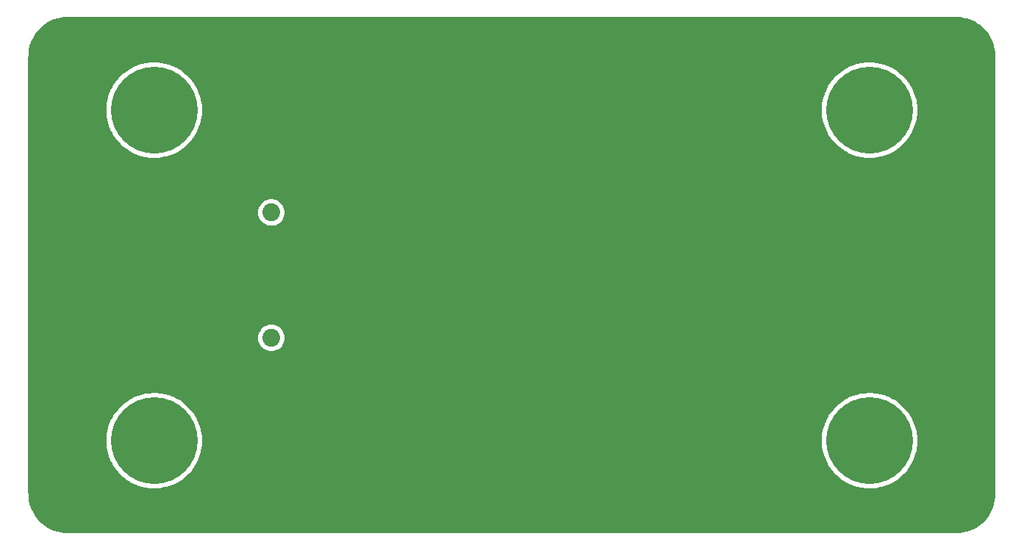
<source format=gbr>
%TF.GenerationSoftware,KiCad,Pcbnew,8.0.6*%
%TF.CreationDate,2024-11-13T10:13:59+01:00*%
%TF.ProjectId,5uH_LISN,3575485f-4c49-4534-9e2e-6b696361645f,V1 R0*%
%TF.SameCoordinates,Original*%
%TF.FileFunction,Copper,L1,Top*%
%TF.FilePolarity,Positive*%
%FSLAX46Y46*%
G04 Gerber Fmt 4.6, Leading zero omitted, Abs format (unit mm)*
G04 Created by KiCad (PCBNEW 8.0.6) date 2024-11-13 10:13:59*
%MOMM*%
%LPD*%
G01*
G04 APERTURE LIST*
%TA.AperFunction,ComponentPad*%
%ADD10C,2.050000*%
%TD*%
%TA.AperFunction,ComponentPad*%
%ADD11C,2.250000*%
%TD*%
%TA.AperFunction,ComponentPad*%
%ADD12C,10.000000*%
%TD*%
%TA.AperFunction,ComponentPad*%
%ADD13C,8.000000*%
%TD*%
%TA.AperFunction,ViaPad*%
%ADD14C,0.900000*%
%TD*%
%TA.AperFunction,ViaPad*%
%ADD15C,0.800000*%
%TD*%
G04 APERTURE END LIST*
D10*
%TO.P,J1,1,In*%
%TO.N,Net-(D1-Pad3)*%
X28500000Y37456500D03*
D11*
%TO.P,J1,2,Ext*%
%TO.N,GND*%
X25960000Y39996500D03*
X31040000Y34916500D03*
X25960000Y34916500D03*
X31040000Y39996500D03*
%TD*%
D10*
%TO.P,J2,1,In*%
%TO.N,Net-(D3-Pad3)*%
X28500000Y23000000D03*
D11*
%TO.P,J2,2,Ext*%
%TO.N,GND*%
X25960000Y25540000D03*
X25960000Y20460000D03*
X31040000Y20460000D03*
X31040000Y25540000D03*
%TD*%
D12*
%TO.P,J4,P$1,1*%
%TO.N,GND*%
X15000000Y30200000D03*
%TD*%
D13*
%TO.P,H1,B4\u002C1,MOUNT*%
%TO.N,GND*%
X5150000Y5000000D03*
%TD*%
%TO.P,H2,B4\u002C1,MOUNT*%
%TO.N,GND*%
X5150000Y55500000D03*
%TD*%
%TO.P,H3,B4\u002C1,MOUNT*%
%TO.N,GND*%
X107250000Y55500000D03*
%TD*%
%TO.P,H4,B4\u002C1,MOUNT*%
%TO.N,GND*%
X107250000Y5000000D03*
%TD*%
D12*
%TO.P,J3,P$1,1*%
%TO.N,Net-(C1-Pad1)*%
X15000000Y49260000D03*
%TD*%
%TO.P,J5,P$1,1*%
%TO.N,Net-(C2-Pad1)*%
X15000000Y11140000D03*
%TD*%
%TO.P,J6,P$1,1*%
%TO.N,GND*%
X97400000Y30200000D03*
%TD*%
%TO.P,J7,P$1,1*%
%TO.N,Net-(C15-Pad1)*%
X97400000Y49260000D03*
%TD*%
%TO.P,J8,P$1,1*%
%TO.N,Net-(C16-Pad1)*%
X97400000Y11140000D03*
%TD*%
D14*
%TO.N,GND*%
X11176000Y59436000D03*
X13716000Y59436000D03*
X16256000Y59436000D03*
X18796000Y59436000D03*
X21336000Y59436000D03*
X23876000Y59436000D03*
X26416000Y59436000D03*
X28956000Y59436000D03*
X31496000Y59436000D03*
X34036000Y59436000D03*
X36576000Y59436000D03*
X39116000Y59436000D03*
X41656000Y59436000D03*
X44196000Y59436000D03*
X46736000Y59436000D03*
X49276000Y59436000D03*
X51816000Y59436000D03*
X54356000Y59436000D03*
X56896000Y59436000D03*
X59436000Y59436000D03*
X61976000Y59436000D03*
X64516000Y59436000D03*
X67056000Y59436000D03*
X69596000Y59436000D03*
X72136000Y59436000D03*
X74676000Y59436000D03*
X77216000Y59436000D03*
X79756000Y59436000D03*
X82296000Y59436000D03*
X84836000Y59436000D03*
X87376000Y59436000D03*
X89916000Y59436000D03*
X92456000Y59436000D03*
X94996000Y59436000D03*
X97536000Y59436000D03*
X100076000Y59436000D03*
X102616000Y59436000D03*
X72644000Y1270000D03*
X75184000Y1270000D03*
X26924000Y1270000D03*
X62484000Y1270000D03*
X65024000Y1270000D03*
X87884000Y1270000D03*
X90424000Y1270000D03*
X19304000Y1270000D03*
X32004000Y1270000D03*
X34544000Y1270000D03*
X42164000Y1270000D03*
X44704000Y1270000D03*
X47244000Y1270000D03*
X49784000Y1270000D03*
X21844000Y1270000D03*
X77724000Y1270000D03*
X80264000Y1270000D03*
X103124000Y1270000D03*
X14224000Y1270000D03*
X16764000Y1270000D03*
X9144000Y1270000D03*
X92964000Y1270000D03*
X95504000Y1270000D03*
X82804000Y1270000D03*
X85344000Y1270000D03*
X67564000Y1270000D03*
X70104000Y1270000D03*
X52324000Y1270000D03*
X54864000Y1270000D03*
X29464000Y1270000D03*
X98044000Y1270000D03*
X100584000Y1270000D03*
X24384000Y1270000D03*
X11684000Y1270000D03*
X37084000Y1270000D03*
X39624000Y1270000D03*
X57404000Y1270000D03*
X59944000Y1270000D03*
X65278000Y30226000D03*
X67818000Y30226000D03*
X55118000Y30226000D03*
X57658000Y30226000D03*
X80518000Y30226000D03*
X83058000Y30226000D03*
X27178000Y30226000D03*
X34798000Y30226000D03*
X37338000Y30226000D03*
X39878000Y30226000D03*
X42418000Y30226000D03*
X70358000Y30226000D03*
X72898000Y30226000D03*
X85598000Y30226000D03*
X88138000Y30226000D03*
X75438000Y30226000D03*
X77978000Y30226000D03*
X60198000Y30226000D03*
X62738000Y30226000D03*
X44958000Y30226000D03*
X47498000Y30226000D03*
X90678000Y30226000D03*
X29718000Y30226000D03*
X32258000Y30226000D03*
X50038000Y30226000D03*
X52578000Y30226000D03*
D15*
X60198000Y42164000D03*
X62738000Y42164000D03*
X37338000Y42164000D03*
X72898000Y42164000D03*
X70358000Y42164000D03*
X65278000Y42164000D03*
X57658000Y42164000D03*
X52578000Y42164000D03*
X27178000Y42164000D03*
X39878000Y42164000D03*
X42418000Y42164000D03*
X44958000Y42164000D03*
X47498000Y42164000D03*
X67818000Y42164000D03*
X80518000Y42164000D03*
X24638000Y42164000D03*
X32258000Y42164000D03*
X50038000Y42164000D03*
X29718000Y42164000D03*
X34798000Y42164000D03*
X55118000Y42164000D03*
X75438000Y42164000D03*
X77978000Y42164000D03*
X83058000Y42164000D03*
X62738000Y18288000D03*
X77978000Y18288000D03*
X83058000Y18288000D03*
X65278000Y18288000D03*
X70358000Y18288000D03*
X80518000Y18288000D03*
X24638000Y18288000D03*
X72898000Y18288000D03*
X60198000Y18288000D03*
X57658000Y18288000D03*
X55118000Y18288000D03*
X75438000Y18288000D03*
X29718000Y18288000D03*
X34798000Y18288000D03*
X52578000Y18288000D03*
X39878000Y18288000D03*
X37338000Y18288000D03*
X42418000Y18288000D03*
X47498000Y18288000D03*
X67818000Y18288000D03*
X27178000Y18288000D03*
X32258000Y18288000D03*
X50038000Y18288000D03*
X44958000Y18288000D03*
D14*
X111252000Y52070000D03*
X111252000Y49530000D03*
X111252000Y46990000D03*
X111252000Y44450000D03*
X111252000Y41910000D03*
X111252000Y39370000D03*
X111252000Y36830000D03*
X111252000Y34290000D03*
X111252000Y31750000D03*
X111252000Y29210000D03*
X111252000Y26670000D03*
X111252000Y24130000D03*
X111252000Y21590000D03*
X111252000Y19050000D03*
X111252000Y16510000D03*
X111252000Y13970000D03*
X111252000Y11430000D03*
X111252000Y8890000D03*
X1270000Y31750000D03*
X1270000Y21590000D03*
X1270000Y19050000D03*
X1270000Y11430000D03*
X1270000Y8890000D03*
X1270000Y46990000D03*
X1270000Y41910000D03*
X1270000Y29210000D03*
X1270000Y36830000D03*
X1270000Y44450000D03*
X1270000Y39370000D03*
X1270000Y16510000D03*
X1270000Y13970000D03*
X1270000Y34290000D03*
X1270000Y26670000D03*
X1270000Y24130000D03*
X1270000Y52070000D03*
X1270000Y49530000D03*
D15*
X85344000Y42164000D03*
X85344000Y18288000D03*
X95758000Y42176700D03*
X95758000Y39636700D03*
X95758000Y37096700D03*
X95747840Y18257520D03*
X95747840Y23337520D03*
X95747840Y20797520D03*
X23500000Y32001460D03*
X23489840Y28402280D03*
X23500000Y37081460D03*
X23500000Y39621460D03*
X23500000Y34541460D03*
X23489840Y20782280D03*
X23489840Y23322280D03*
X23500000Y30210760D03*
X23489840Y25862280D03*
D14*
X35650000Y20050000D03*
X105000000Y10000000D03*
X3150000Y49530000D03*
X3150000Y29210000D03*
X5500000Y8000000D03*
X33800000Y20050000D03*
X85600000Y25800000D03*
X82804000Y3100000D03*
X41600000Y34600000D03*
X109150000Y26680000D03*
X3500000Y7500000D03*
X110000000Y54500000D03*
X99000000Y18000000D03*
X59600000Y34650000D03*
X48200000Y34650000D03*
X16764000Y3100000D03*
X52324000Y3100000D03*
X8000000Y54500000D03*
X75800000Y25800000D03*
X85600000Y34650000D03*
X74800000Y34650000D03*
X107500000Y58500000D03*
X110000000Y56500000D03*
X18796000Y57500000D03*
X69750000Y34000000D03*
X105000000Y47500000D03*
X51700000Y34450000D03*
X100000000Y42500000D03*
X47200000Y25800000D03*
X19450000Y23850000D03*
X14800000Y23850000D03*
X110000000Y4000000D03*
X50200000Y34650000D03*
X2500000Y6000000D03*
X2500000Y4000000D03*
X23876000Y57500000D03*
X56896000Y57500000D03*
X91000000Y31700000D03*
X51700000Y19950000D03*
X4950000Y35350000D03*
X3500000Y53000000D03*
X42164000Y3100000D03*
X39600000Y34600000D03*
X57404000Y3100000D03*
X67750000Y19950000D03*
X3150000Y21590000D03*
X44704000Y3100000D03*
X94996000Y57500000D03*
X11684000Y3100000D03*
X31496000Y57500000D03*
X109150000Y47000000D03*
X98044000Y3100000D03*
X19304000Y3100000D03*
X26924000Y3100000D03*
X5500000Y2000000D03*
X2500000Y54500000D03*
X79756000Y57500000D03*
X13850000Y36500000D03*
X8000000Y4000000D03*
X2500000Y56500000D03*
X68800000Y19950000D03*
X109150000Y24140000D03*
X6850000Y25050000D03*
X3150000Y26670000D03*
X89916000Y57500000D03*
X35600000Y34500000D03*
X80264000Y3100000D03*
X109150000Y29220000D03*
X82296000Y57500000D03*
X16256000Y57500000D03*
X48200000Y25800000D03*
X8750000Y35350000D03*
X109150000Y19060000D03*
X5500000Y52500000D03*
X9700000Y35350000D03*
X105000000Y12500000D03*
X97536000Y57500000D03*
X83600000Y25800000D03*
X104500000Y56500000D03*
X85344000Y3100000D03*
X4950000Y25050000D03*
X109150000Y31760000D03*
X103124000Y3100000D03*
X36576000Y57500000D03*
X105500000Y7500000D03*
X77800000Y34650000D03*
X75184000Y3100000D03*
X61976000Y57500000D03*
X102500000Y42500000D03*
X21350000Y23850000D03*
X47200000Y34650000D03*
X37084000Y3100000D03*
X49200000Y25800000D03*
X72136000Y57500000D03*
X65024000Y3100000D03*
X21844000Y3100000D03*
X3150000Y46990000D03*
X74676000Y57500000D03*
X97500000Y42500000D03*
X105000000Y15000000D03*
X102616000Y57500000D03*
X51816000Y57500000D03*
X87884000Y3100000D03*
X3500000Y2500000D03*
X7000000Y7500000D03*
X14224000Y3100000D03*
X41656000Y57500000D03*
X49784000Y3100000D03*
X3150000Y39370000D03*
X109150000Y16520000D03*
X76800000Y25800000D03*
X104000000Y16000000D03*
X49276000Y57500000D03*
X100584000Y3100000D03*
X34036000Y57500000D03*
X87376000Y57500000D03*
X61600000Y25800000D03*
X95504000Y3100000D03*
X72644000Y3100000D03*
X105000000Y50000000D03*
X89950000Y28750000D03*
X77724000Y3100000D03*
X3150000Y13970000D03*
X74800000Y25800000D03*
X68700000Y34000000D03*
X53500000Y19950000D03*
X105000000Y45000000D03*
X88900000Y28750000D03*
X54356000Y57500000D03*
X76800000Y34650000D03*
X67650000Y34000000D03*
X67056000Y57500000D03*
X77800000Y25800000D03*
X67564000Y3100000D03*
X26416000Y57500000D03*
X15750000Y36500000D03*
X64516000Y57500000D03*
X14800000Y36500000D03*
X40600000Y25750000D03*
X104500000Y6000000D03*
X59600000Y25800000D03*
X28956000Y57500000D03*
X105500000Y53000000D03*
X62600000Y25800000D03*
X3150000Y19050000D03*
X8000000Y56500000D03*
X105500000Y58000000D03*
X105500000Y2500000D03*
X110000000Y6000000D03*
X44196000Y57500000D03*
X61600000Y34650000D03*
X97000000Y18000000D03*
X101000000Y18000000D03*
X109150000Y11440000D03*
X6850000Y35350000D03*
X88900000Y31700000D03*
X46736000Y57500000D03*
X29464000Y3100000D03*
X84600000Y25800000D03*
X8636000Y57500000D03*
X107500000Y8000000D03*
X8750000Y25050000D03*
X109150000Y41920000D03*
X3150000Y31750000D03*
X62484000Y3100000D03*
X5900000Y35350000D03*
X40600000Y34600000D03*
X39116000Y57500000D03*
X7000000Y58000000D03*
X38600000Y34600000D03*
X8000000Y6000000D03*
X100076000Y57500000D03*
X3500000Y58000000D03*
X60600000Y25800000D03*
X109150000Y49540000D03*
X7800000Y35350000D03*
X109000000Y53000000D03*
X62600000Y34650000D03*
X109150000Y34300000D03*
X84600000Y34650000D03*
X83600000Y34650000D03*
X109150000Y44460000D03*
X109150000Y21600000D03*
X5900000Y25050000D03*
X7000000Y53000000D03*
X69596000Y57500000D03*
X9144000Y3100000D03*
X92964000Y3100000D03*
X109150000Y39380000D03*
X70104000Y3100000D03*
X90424000Y3100000D03*
X92456000Y57500000D03*
X77216000Y57500000D03*
X103000000Y18000000D03*
X9700000Y25050000D03*
X59944000Y3100000D03*
X11176000Y57500000D03*
X109000000Y58000000D03*
X7000000Y2500000D03*
X38600000Y25750000D03*
X8636000Y59436000D03*
X109000000Y2500000D03*
X41600000Y25750000D03*
X107500000Y2000000D03*
X59436000Y57500000D03*
X50200000Y25800000D03*
X60600000Y34650000D03*
X13716000Y57500000D03*
X75800000Y34650000D03*
X20450000Y36500000D03*
X20400000Y23850000D03*
X69850000Y19950000D03*
X7800000Y25050000D03*
X89950000Y31700000D03*
X39600000Y25750000D03*
X104500000Y4000000D03*
X91000000Y28750000D03*
X84836000Y57500000D03*
X33800000Y34500000D03*
X13850000Y23850000D03*
X53500000Y34450000D03*
X3150000Y36830000D03*
X49200000Y34650000D03*
X54864000Y3100000D03*
X109150000Y36840000D03*
X19500000Y36500000D03*
X34544000Y3100000D03*
X39624000Y3100000D03*
X15750000Y23850000D03*
X3150000Y24130000D03*
X21400000Y36500000D03*
X3150000Y16510000D03*
X3150000Y34290000D03*
X3150000Y11430000D03*
X47244000Y3100000D03*
X21336000Y57500000D03*
X5500000Y58500000D03*
X32004000Y3100000D03*
X86600000Y25800000D03*
X109000000Y7500000D03*
X104500000Y54500000D03*
X3150000Y41910000D03*
X109150000Y13980000D03*
X86600000Y34650000D03*
X24384000Y3100000D03*
X3150000Y44450000D03*
X107500000Y52500000D03*
%TD*%
%TA.AperFunction,Conductor*%
%TO.N,GND*%
G36*
X107371765Y59997680D02*
G01*
X107376305Y59997624D01*
X107393829Y59994896D01*
X107411411Y59997195D01*
X107424466Y59997035D01*
X107446286Y59997979D01*
X107661703Y59988574D01*
X107781338Y59983350D01*
X107802977Y59981457D01*
X108170636Y59933054D01*
X108192028Y59929282D01*
X108414982Y59879855D01*
X108554082Y59849017D01*
X108575057Y59843396D01*
X108928726Y59731884D01*
X108949138Y59724455D01*
X109291736Y59582546D01*
X109311418Y59573369D01*
X109640351Y59402137D01*
X109659162Y59391276D01*
X109971928Y59192023D01*
X109989723Y59179563D01*
X110283922Y58953816D01*
X110300558Y58939856D01*
X110573974Y58689318D01*
X110589318Y58673974D01*
X110738851Y58510787D01*
X110839854Y58400561D01*
X110853816Y58383922D01*
X111079563Y58089723D01*
X111092023Y58071928D01*
X111291276Y57759162D01*
X111302137Y57740351D01*
X111473366Y57411424D01*
X111482546Y57391736D01*
X111624455Y57049138D01*
X111631884Y57028726D01*
X111743396Y56675057D01*
X111749019Y56654074D01*
X111829282Y56292028D01*
X111833054Y56270636D01*
X111881457Y55902977D01*
X111883350Y55881338D01*
X111897615Y55554626D01*
X111897833Y55540721D01*
X111897625Y55523698D01*
X111894896Y55506171D01*
X111897196Y55488583D01*
X111897898Y55483213D01*
X111900000Y55450928D01*
X111900000Y5058223D01*
X111897680Y5028235D01*
X111897624Y5023695D01*
X111894896Y5006171D01*
X111897195Y4988589D01*
X111897035Y4975534D01*
X111897979Y4953714D01*
X111888574Y4738297D01*
X111883350Y4618662D01*
X111881457Y4597023D01*
X111833054Y4229364D01*
X111829282Y4207972D01*
X111749019Y3845926D01*
X111743396Y3824943D01*
X111631884Y3471274D01*
X111624455Y3450862D01*
X111482546Y3108264D01*
X111473366Y3088576D01*
X111302137Y2759649D01*
X111291276Y2740838D01*
X111092023Y2428072D01*
X111079563Y2410277D01*
X110853816Y2116078D01*
X110839856Y2099442D01*
X110589318Y1826026D01*
X110573974Y1810682D01*
X110364726Y1618942D01*
X110300561Y1560146D01*
X110283922Y1546184D01*
X109989723Y1320437D01*
X109971928Y1307977D01*
X109659162Y1108724D01*
X109640352Y1097863D01*
X109311418Y926631D01*
X109291736Y917454D01*
X108949138Y775545D01*
X108928726Y768116D01*
X108575057Y656604D01*
X108554082Y650983D01*
X108414982Y620145D01*
X108192028Y570718D01*
X108170636Y566946D01*
X107802977Y518543D01*
X107781338Y516650D01*
X107454626Y502385D01*
X107440721Y502167D01*
X107423698Y502375D01*
X107406171Y505104D01*
X107383710Y502167D01*
X107383213Y502102D01*
X107350928Y500000D01*
X5058223Y500000D01*
X5028235Y502320D01*
X5023695Y502376D01*
X5006171Y505104D01*
X4988589Y502805D01*
X4975534Y502965D01*
X4953714Y502021D01*
X4738297Y511426D01*
X4618662Y516650D01*
X4597023Y518543D01*
X4229364Y566946D01*
X4207972Y570718D01*
X3985018Y620145D01*
X3845918Y650983D01*
X3824943Y656604D01*
X3471274Y768116D01*
X3450862Y775545D01*
X3108264Y917454D01*
X3088582Y926631D01*
X2759648Y1097863D01*
X2740838Y1108724D01*
X2428072Y1307977D01*
X2410277Y1320437D01*
X2116078Y1546184D01*
X2099439Y1560146D01*
X2035274Y1618942D01*
X1826026Y1810682D01*
X1810682Y1826026D01*
X1560144Y2099442D01*
X1546184Y2116078D01*
X1320437Y2410277D01*
X1307977Y2428072D01*
X1108724Y2740838D01*
X1097863Y2759649D01*
X926634Y3088576D01*
X917454Y3108264D01*
X775545Y3450862D01*
X768116Y3471274D01*
X656604Y3824943D01*
X650981Y3845926D01*
X570718Y4207972D01*
X566946Y4229364D01*
X518543Y4597023D01*
X516650Y4618662D01*
X502476Y4943279D01*
X503235Y4976385D01*
X503396Y4978177D01*
X504991Y4987658D01*
X505142Y5000000D01*
X502515Y5018344D01*
X500000Y5053643D01*
X500000Y10909455D01*
X9499368Y10909455D01*
X9537951Y10449983D01*
X9614847Y9995350D01*
X9616144Y9990299D01*
X9673773Y9765850D01*
X9729515Y9548747D01*
X9731226Y9543834D01*
X9731228Y9543827D01*
X9807576Y9324587D01*
X9881152Y9113305D01*
X10068694Y8692078D01*
X10071202Y8687515D01*
X10071205Y8687510D01*
X10288311Y8292595D01*
X10288317Y8292586D01*
X10290825Y8288023D01*
X10545988Y7903971D01*
X10832393Y7542618D01*
X11148031Y7206499D01*
X11151895Y7203020D01*
X11151903Y7203012D01*
X11323345Y7048645D01*
X11490687Y6897969D01*
X11857959Y6619195D01*
X11862352Y6616407D01*
X11862355Y6616405D01*
X12242878Y6374917D01*
X12242889Y6374911D01*
X12247269Y6372131D01*
X12251877Y6369722D01*
X12651278Y6160920D01*
X12651289Y6160915D01*
X12655889Y6158510D01*
X13080950Y5979831D01*
X13085902Y5978222D01*
X13514504Y5838960D01*
X13514509Y5838959D01*
X13519472Y5837346D01*
X13524559Y5836153D01*
X13524562Y5836152D01*
X13620517Y5813646D01*
X13968379Y5732056D01*
X13973514Y5731298D01*
X13973523Y5731296D01*
X14217258Y5695304D01*
X14424523Y5664698D01*
X14884702Y5635746D01*
X15345691Y5645403D01*
X15350871Y5645947D01*
X15350880Y5645948D01*
X15547505Y5666615D01*
X15804254Y5693600D01*
X15809347Y5694571D01*
X15809357Y5694573D01*
X16252051Y5779021D01*
X16252055Y5779022D01*
X16257177Y5779999D01*
X16262206Y5781403D01*
X16262214Y5781405D01*
X16696236Y5902586D01*
X16696245Y5902589D01*
X16701281Y5903995D01*
X16706183Y5905818D01*
X16706189Y5905820D01*
X17128553Y6062896D01*
X17128555Y6062897D01*
X17133452Y6064718D01*
X17365303Y6173819D01*
X17545937Y6258819D01*
X17545946Y6258824D01*
X17550658Y6261041D01*
X17949974Y6491586D01*
X18129565Y6616405D01*
X18324323Y6751765D01*
X18324331Y6751771D01*
X18328597Y6754736D01*
X18683872Y7048645D01*
X19013308Y7371253D01*
X19016712Y7375196D01*
X19016719Y7375204D01*
X19311183Y7716343D01*
X19311186Y7716347D01*
X19314594Y7720295D01*
X19585615Y8093324D01*
X19824472Y8487724D01*
X20029489Y8900727D01*
X20199227Y9329438D01*
X20332497Y9770848D01*
X20380217Y9995350D01*
X20427278Y10216756D01*
X20427278Y10216758D01*
X20428363Y10221861D01*
X20486153Y10679315D01*
X20495799Y10909455D01*
X91899368Y10909455D01*
X91937951Y10449983D01*
X92014847Y9995350D01*
X92016144Y9990299D01*
X92073773Y9765850D01*
X92129515Y9548747D01*
X92131226Y9543834D01*
X92131228Y9543827D01*
X92207576Y9324587D01*
X92281152Y9113305D01*
X92468694Y8692078D01*
X92471202Y8687515D01*
X92471205Y8687510D01*
X92688311Y8292595D01*
X92688317Y8292586D01*
X92690825Y8288023D01*
X92945988Y7903971D01*
X93232393Y7542618D01*
X93548031Y7206499D01*
X93551895Y7203020D01*
X93551903Y7203012D01*
X93723345Y7048645D01*
X93890687Y6897969D01*
X94257959Y6619195D01*
X94262352Y6616407D01*
X94262355Y6616405D01*
X94642878Y6374917D01*
X94642889Y6374911D01*
X94647269Y6372131D01*
X94651877Y6369722D01*
X95051278Y6160920D01*
X95051289Y6160915D01*
X95055889Y6158510D01*
X95480950Y5979831D01*
X95485902Y5978222D01*
X95914504Y5838960D01*
X95914509Y5838959D01*
X95919472Y5837346D01*
X95924559Y5836153D01*
X95924562Y5836152D01*
X96020517Y5813646D01*
X96368379Y5732056D01*
X96373514Y5731298D01*
X96373523Y5731296D01*
X96617258Y5695304D01*
X96824523Y5664698D01*
X97284702Y5635746D01*
X97745691Y5645403D01*
X97750871Y5645947D01*
X97750880Y5645948D01*
X97947505Y5666615D01*
X98204254Y5693600D01*
X98209347Y5694571D01*
X98209357Y5694573D01*
X98652051Y5779021D01*
X98652055Y5779022D01*
X98657177Y5779999D01*
X98662206Y5781403D01*
X98662214Y5781405D01*
X99096236Y5902586D01*
X99096245Y5902589D01*
X99101281Y5903995D01*
X99106183Y5905818D01*
X99106189Y5905820D01*
X99528553Y6062896D01*
X99528555Y6062897D01*
X99533452Y6064718D01*
X99765303Y6173819D01*
X99945937Y6258819D01*
X99945946Y6258824D01*
X99950658Y6261041D01*
X100349974Y6491586D01*
X100529565Y6616405D01*
X100724323Y6751765D01*
X100724331Y6751771D01*
X100728597Y6754736D01*
X101083872Y7048645D01*
X101413308Y7371253D01*
X101416712Y7375196D01*
X101416719Y7375204D01*
X101711183Y7716343D01*
X101711186Y7716347D01*
X101714594Y7720295D01*
X101985615Y8093324D01*
X102224472Y8487724D01*
X102429489Y8900727D01*
X102599227Y9329438D01*
X102732497Y9770848D01*
X102780217Y9995350D01*
X102827278Y10216756D01*
X102827278Y10216758D01*
X102828363Y10221861D01*
X102886153Y10679315D01*
X102905461Y11140000D01*
X102886153Y11600685D01*
X102828363Y12058139D01*
X102781309Y12279511D01*
X102733581Y12504053D01*
X102733580Y12504057D01*
X102732497Y12509152D01*
X102599227Y12950562D01*
X102429489Y13379273D01*
X102224472Y13792276D01*
X101985615Y14186676D01*
X101714594Y14559705D01*
X101557945Y14741184D01*
X101416719Y14904796D01*
X101416712Y14904804D01*
X101413308Y14908747D01*
X101083872Y15231355D01*
X100728597Y15525264D01*
X100724331Y15528229D01*
X100724323Y15528235D01*
X100354266Y15785431D01*
X100349974Y15788414D01*
X99950658Y16018959D01*
X99945946Y16021176D01*
X99945937Y16021181D01*
X99728481Y16123508D01*
X99533452Y16215282D01*
X99305198Y16300169D01*
X99106189Y16374180D01*
X99106183Y16374182D01*
X99101281Y16376005D01*
X99096245Y16377411D01*
X99096236Y16377414D01*
X98662214Y16498595D01*
X98662206Y16498597D01*
X98657177Y16500001D01*
X98652055Y16500978D01*
X98652051Y16500979D01*
X98209357Y16585427D01*
X98209347Y16585429D01*
X98204254Y16586400D01*
X97936520Y16614540D01*
X97750880Y16634052D01*
X97750871Y16634053D01*
X97745691Y16634597D01*
X97284702Y16644254D01*
X96824523Y16615302D01*
X96632478Y16586943D01*
X96373523Y16548704D01*
X96373514Y16548702D01*
X96368379Y16547944D01*
X96020517Y16466354D01*
X95924562Y16443848D01*
X95924559Y16443847D01*
X95919472Y16442654D01*
X95914509Y16441041D01*
X95914504Y16441040D01*
X95503183Y16307393D01*
X95480950Y16300169D01*
X95055889Y16121490D01*
X94647270Y15907869D01*
X94642890Y15905089D01*
X94642879Y15905083D01*
X94454338Y15785431D01*
X94257959Y15660805D01*
X93890687Y15382031D01*
X93886815Y15378545D01*
X93886813Y15378543D01*
X93551903Y15076988D01*
X93551895Y15076980D01*
X93548031Y15073501D01*
X93232393Y14737382D01*
X92945988Y14376029D01*
X92690825Y13991977D01*
X92688317Y13987414D01*
X92688311Y13987405D01*
X92578469Y13787602D01*
X92468694Y13587922D01*
X92281152Y13166695D01*
X92279437Y13161770D01*
X92205887Y12950562D01*
X92129515Y12731253D01*
X92128219Y12726205D01*
X92128218Y12726202D01*
X92072489Y12509152D01*
X92014847Y12284650D01*
X91937951Y11830017D01*
X91899368Y11370545D01*
X91899368Y10909455D01*
X20495799Y10909455D01*
X20505461Y11140000D01*
X20486153Y11600685D01*
X20428363Y12058139D01*
X20381309Y12279511D01*
X20333581Y12504053D01*
X20333580Y12504057D01*
X20332497Y12509152D01*
X20199227Y12950562D01*
X20029489Y13379273D01*
X19824472Y13792276D01*
X19585615Y14186676D01*
X19314594Y14559705D01*
X19157945Y14741184D01*
X19016719Y14904796D01*
X19016712Y14904804D01*
X19013308Y14908747D01*
X18683872Y15231355D01*
X18328597Y15525264D01*
X18324331Y15528229D01*
X18324323Y15528235D01*
X17954266Y15785431D01*
X17949974Y15788414D01*
X17550658Y16018959D01*
X17545946Y16021176D01*
X17545937Y16021181D01*
X17328481Y16123508D01*
X17133452Y16215282D01*
X16905198Y16300169D01*
X16706189Y16374180D01*
X16706183Y16374182D01*
X16701281Y16376005D01*
X16696245Y16377411D01*
X16696236Y16377414D01*
X16262214Y16498595D01*
X16262206Y16498597D01*
X16257177Y16500001D01*
X16252055Y16500978D01*
X16252051Y16500979D01*
X15809357Y16585427D01*
X15809347Y16585429D01*
X15804254Y16586400D01*
X15536520Y16614540D01*
X15350880Y16634052D01*
X15350871Y16634053D01*
X15345691Y16634597D01*
X14884702Y16644254D01*
X14424523Y16615302D01*
X14232478Y16586943D01*
X13973523Y16548704D01*
X13973514Y16548702D01*
X13968379Y16547944D01*
X13620517Y16466354D01*
X13524562Y16443848D01*
X13524559Y16443847D01*
X13519472Y16442654D01*
X13514509Y16441041D01*
X13514504Y16441040D01*
X13103183Y16307393D01*
X13080950Y16300169D01*
X12655889Y16121490D01*
X12247270Y15907869D01*
X12242890Y15905089D01*
X12242879Y15905083D01*
X12054338Y15785431D01*
X11857959Y15660805D01*
X11490687Y15382031D01*
X11486815Y15378545D01*
X11486813Y15378543D01*
X11151903Y15076988D01*
X11151895Y15076980D01*
X11148031Y15073501D01*
X10832393Y14737382D01*
X10545988Y14376029D01*
X10290825Y13991977D01*
X10288317Y13987414D01*
X10288311Y13987405D01*
X10178469Y13787602D01*
X10068694Y13587922D01*
X9881152Y13166695D01*
X9879437Y13161770D01*
X9805887Y12950562D01*
X9729515Y12731253D01*
X9728219Y12726205D01*
X9728218Y12726202D01*
X9672489Y12509152D01*
X9614847Y12284650D01*
X9537951Y11830017D01*
X9499368Y11370545D01*
X9499368Y10909455D01*
X500000Y10909455D01*
X500000Y23000000D01*
X26969783Y23000000D01*
X26988623Y22760621D01*
X27044677Y22527137D01*
X27136567Y22305296D01*
X27141674Y22296963D01*
X27141676Y22296958D01*
X27216013Y22175651D01*
X27262028Y22100561D01*
X27417973Y21917973D01*
X27600561Y21762028D01*
X27608897Y21756920D01*
X27796958Y21641676D01*
X27796963Y21641674D01*
X27805296Y21636567D01*
X28027137Y21544677D01*
X28091697Y21529178D01*
X28251110Y21490906D01*
X28251114Y21490905D01*
X28260621Y21488623D01*
X28500000Y21469783D01*
X28739379Y21488623D01*
X28748886Y21490905D01*
X28748890Y21490906D01*
X28908303Y21529178D01*
X28972863Y21544677D01*
X29194704Y21636567D01*
X29203037Y21641674D01*
X29203042Y21641676D01*
X29391103Y21756920D01*
X29399439Y21762028D01*
X29582027Y21917973D01*
X29737972Y22100561D01*
X29783987Y22175651D01*
X29858324Y22296958D01*
X29858326Y22296963D01*
X29863433Y22305296D01*
X29955323Y22527137D01*
X30011377Y22760621D01*
X30030217Y23000000D01*
X30011377Y23239379D01*
X29955323Y23472863D01*
X29863433Y23694704D01*
X29858326Y23703037D01*
X29858324Y23703042D01*
X29743080Y23891103D01*
X29737972Y23899439D01*
X29582027Y24082027D01*
X29399439Y24237972D01*
X29324349Y24283987D01*
X29203042Y24358324D01*
X29203037Y24358326D01*
X29194704Y24363433D01*
X28972863Y24455323D01*
X28908303Y24470822D01*
X28748890Y24509094D01*
X28748886Y24509095D01*
X28739379Y24511377D01*
X28500000Y24530217D01*
X28260621Y24511377D01*
X28251114Y24509095D01*
X28251110Y24509094D01*
X28091697Y24470822D01*
X28027137Y24455323D01*
X27805296Y24363433D01*
X27796963Y24358326D01*
X27796958Y24358324D01*
X27675651Y24283987D01*
X27600561Y24237972D01*
X27417973Y24082027D01*
X27262028Y23899439D01*
X27256920Y23891103D01*
X27141676Y23703042D01*
X27141674Y23703037D01*
X27136567Y23694704D01*
X27044677Y23472863D01*
X26988623Y23239379D01*
X26969783Y23000000D01*
X500000Y23000000D01*
X500000Y37456500D01*
X26969783Y37456500D01*
X26988623Y37217121D01*
X27044677Y36983637D01*
X27136567Y36761796D01*
X27141674Y36753463D01*
X27141676Y36753458D01*
X27216013Y36632151D01*
X27262028Y36557061D01*
X27417973Y36374473D01*
X27600561Y36218528D01*
X27608897Y36213420D01*
X27796958Y36098176D01*
X27796963Y36098174D01*
X27805296Y36093067D01*
X28027137Y36001177D01*
X28091697Y35985678D01*
X28251110Y35947406D01*
X28251114Y35947405D01*
X28260621Y35945123D01*
X28500000Y35926283D01*
X28739379Y35945123D01*
X28748886Y35947405D01*
X28748890Y35947406D01*
X28908303Y35985678D01*
X28972863Y36001177D01*
X29194704Y36093067D01*
X29203037Y36098174D01*
X29203042Y36098176D01*
X29391103Y36213420D01*
X29399439Y36218528D01*
X29582027Y36374473D01*
X29737972Y36557061D01*
X29783987Y36632151D01*
X29858324Y36753458D01*
X29858326Y36753463D01*
X29863433Y36761796D01*
X29955323Y36983637D01*
X30011377Y37217121D01*
X30030217Y37456500D01*
X30011377Y37695879D01*
X29955323Y37929363D01*
X29863433Y38151204D01*
X29858326Y38159537D01*
X29858324Y38159542D01*
X29743080Y38347603D01*
X29737972Y38355939D01*
X29582027Y38538527D01*
X29399439Y38694472D01*
X29324349Y38740487D01*
X29203042Y38814824D01*
X29203037Y38814826D01*
X29194704Y38819933D01*
X28972863Y38911823D01*
X28908303Y38927322D01*
X28748890Y38965594D01*
X28748886Y38965595D01*
X28739379Y38967877D01*
X28500000Y38986717D01*
X28260621Y38967877D01*
X28251114Y38965595D01*
X28251110Y38965594D01*
X28091697Y38927322D01*
X28027137Y38911823D01*
X27805296Y38819933D01*
X27796963Y38814826D01*
X27796958Y38814824D01*
X27675651Y38740487D01*
X27600561Y38694472D01*
X27417973Y38538527D01*
X27262028Y38355939D01*
X27256920Y38347603D01*
X27141676Y38159542D01*
X27141674Y38159537D01*
X27136567Y38151204D01*
X27044677Y37929363D01*
X26988623Y37695879D01*
X26969783Y37456500D01*
X500000Y37456500D01*
X500000Y49029455D01*
X9499368Y49029455D01*
X9537951Y48569983D01*
X9614847Y48115350D01*
X9616144Y48110299D01*
X9673773Y47885850D01*
X9729515Y47668747D01*
X9731226Y47663834D01*
X9731228Y47663827D01*
X9807576Y47444587D01*
X9881152Y47233305D01*
X10068694Y46812078D01*
X10071202Y46807515D01*
X10071205Y46807510D01*
X10288311Y46412595D01*
X10288317Y46412586D01*
X10290825Y46408023D01*
X10545988Y46023971D01*
X10832393Y45662618D01*
X11148031Y45326499D01*
X11151895Y45323020D01*
X11151903Y45323012D01*
X11323345Y45168645D01*
X11490687Y45017969D01*
X11857959Y44739195D01*
X11862352Y44736407D01*
X11862355Y44736405D01*
X12242878Y44494917D01*
X12242889Y44494911D01*
X12247269Y44492131D01*
X12251877Y44489722D01*
X12651278Y44280920D01*
X12651289Y44280915D01*
X12655889Y44278510D01*
X13080950Y44099831D01*
X13085902Y44098222D01*
X13514504Y43958960D01*
X13514509Y43958959D01*
X13519472Y43957346D01*
X13524559Y43956153D01*
X13524562Y43956152D01*
X13620517Y43933646D01*
X13968379Y43852056D01*
X13973514Y43851298D01*
X13973523Y43851296D01*
X14217258Y43815304D01*
X14424523Y43784698D01*
X14884702Y43755746D01*
X15345691Y43765403D01*
X15350871Y43765947D01*
X15350880Y43765948D01*
X15547505Y43786615D01*
X15804254Y43813600D01*
X15809347Y43814571D01*
X15809357Y43814573D01*
X16252051Y43899021D01*
X16252055Y43899022D01*
X16257177Y43899999D01*
X16262206Y43901403D01*
X16262214Y43901405D01*
X16696236Y44022586D01*
X16696245Y44022589D01*
X16701281Y44023995D01*
X16706183Y44025818D01*
X16706189Y44025820D01*
X17128553Y44182896D01*
X17128555Y44182897D01*
X17133452Y44184718D01*
X17365303Y44293819D01*
X17545937Y44378819D01*
X17545946Y44378824D01*
X17550658Y44381041D01*
X17949974Y44611586D01*
X18129565Y44736405D01*
X18324323Y44871765D01*
X18324331Y44871771D01*
X18328597Y44874736D01*
X18683872Y45168645D01*
X19013308Y45491253D01*
X19016712Y45495196D01*
X19016719Y45495204D01*
X19311183Y45836343D01*
X19311186Y45836347D01*
X19314594Y45840295D01*
X19585615Y46213324D01*
X19824472Y46607724D01*
X20029489Y47020727D01*
X20199227Y47449438D01*
X20332497Y47890848D01*
X20380217Y48115350D01*
X20427278Y48336756D01*
X20427278Y48336758D01*
X20428363Y48341861D01*
X20486153Y48799315D01*
X20495799Y49029455D01*
X91899368Y49029455D01*
X91937951Y48569983D01*
X92014847Y48115350D01*
X92016144Y48110299D01*
X92073773Y47885850D01*
X92129515Y47668747D01*
X92131226Y47663834D01*
X92131228Y47663827D01*
X92207576Y47444587D01*
X92281152Y47233305D01*
X92468694Y46812078D01*
X92471202Y46807515D01*
X92471205Y46807510D01*
X92688311Y46412595D01*
X92688317Y46412586D01*
X92690825Y46408023D01*
X92945988Y46023971D01*
X93232393Y45662618D01*
X93548031Y45326499D01*
X93551895Y45323020D01*
X93551903Y45323012D01*
X93723345Y45168645D01*
X93890687Y45017969D01*
X94257959Y44739195D01*
X94262352Y44736407D01*
X94262355Y44736405D01*
X94642878Y44494917D01*
X94642889Y44494911D01*
X94647269Y44492131D01*
X94651877Y44489722D01*
X95051278Y44280920D01*
X95051289Y44280915D01*
X95055889Y44278510D01*
X95480950Y44099831D01*
X95485902Y44098222D01*
X95914504Y43958960D01*
X95914509Y43958959D01*
X95919472Y43957346D01*
X95924559Y43956153D01*
X95924562Y43956152D01*
X96020517Y43933646D01*
X96368379Y43852056D01*
X96373514Y43851298D01*
X96373523Y43851296D01*
X96617258Y43815304D01*
X96824523Y43784698D01*
X97284702Y43755746D01*
X97745691Y43765403D01*
X97750871Y43765947D01*
X97750880Y43765948D01*
X97947505Y43786615D01*
X98204254Y43813600D01*
X98209347Y43814571D01*
X98209357Y43814573D01*
X98652051Y43899021D01*
X98652055Y43899022D01*
X98657177Y43899999D01*
X98662206Y43901403D01*
X98662214Y43901405D01*
X99096236Y44022586D01*
X99096245Y44022589D01*
X99101281Y44023995D01*
X99106183Y44025818D01*
X99106189Y44025820D01*
X99528553Y44182896D01*
X99528555Y44182897D01*
X99533452Y44184718D01*
X99765303Y44293819D01*
X99945937Y44378819D01*
X99945946Y44378824D01*
X99950658Y44381041D01*
X100349974Y44611586D01*
X100529565Y44736405D01*
X100724323Y44871765D01*
X100724331Y44871771D01*
X100728597Y44874736D01*
X101083872Y45168645D01*
X101413308Y45491253D01*
X101416712Y45495196D01*
X101416719Y45495204D01*
X101711183Y45836343D01*
X101711186Y45836347D01*
X101714594Y45840295D01*
X101985615Y46213324D01*
X102224472Y46607724D01*
X102429489Y47020727D01*
X102599227Y47449438D01*
X102732497Y47890848D01*
X102780217Y48115350D01*
X102827278Y48336756D01*
X102827278Y48336758D01*
X102828363Y48341861D01*
X102886153Y48799315D01*
X102905461Y49260000D01*
X102886153Y49720685D01*
X102828363Y50178139D01*
X102781309Y50399511D01*
X102733581Y50624053D01*
X102733580Y50624057D01*
X102732497Y50629152D01*
X102599227Y51070562D01*
X102429489Y51499273D01*
X102224472Y51912276D01*
X101985615Y52306676D01*
X101714594Y52679705D01*
X101557945Y52861184D01*
X101416719Y53024796D01*
X101416712Y53024804D01*
X101413308Y53028747D01*
X101083872Y53351355D01*
X100728597Y53645264D01*
X100724331Y53648229D01*
X100724323Y53648235D01*
X100354266Y53905431D01*
X100349974Y53908414D01*
X99950658Y54138959D01*
X99945946Y54141176D01*
X99945937Y54141181D01*
X99728481Y54243508D01*
X99533452Y54335282D01*
X99305198Y54420169D01*
X99106189Y54494180D01*
X99106183Y54494182D01*
X99101281Y54496005D01*
X99096245Y54497411D01*
X99096236Y54497414D01*
X98662214Y54618595D01*
X98662206Y54618597D01*
X98657177Y54620001D01*
X98652055Y54620978D01*
X98652051Y54620979D01*
X98209357Y54705427D01*
X98209347Y54705429D01*
X98204254Y54706400D01*
X97936520Y54734540D01*
X97750880Y54754052D01*
X97750871Y54754053D01*
X97745691Y54754597D01*
X97284702Y54764254D01*
X96824523Y54735302D01*
X96632478Y54706943D01*
X96373523Y54668704D01*
X96373514Y54668702D01*
X96368379Y54667944D01*
X96020517Y54586354D01*
X95924562Y54563848D01*
X95924559Y54563847D01*
X95919472Y54562654D01*
X95914509Y54561041D01*
X95914504Y54561040D01*
X95503183Y54427393D01*
X95480950Y54420169D01*
X95055889Y54241490D01*
X94647270Y54027869D01*
X94642890Y54025089D01*
X94642879Y54025083D01*
X94454338Y53905431D01*
X94257959Y53780805D01*
X93890687Y53502031D01*
X93886815Y53498545D01*
X93886813Y53498543D01*
X93551903Y53196988D01*
X93551895Y53196980D01*
X93548031Y53193501D01*
X93232393Y52857382D01*
X92945988Y52496029D01*
X92690825Y52111977D01*
X92688317Y52107414D01*
X92688311Y52107405D01*
X92578469Y51907602D01*
X92468694Y51707922D01*
X92281152Y51286695D01*
X92279437Y51281770D01*
X92205887Y51070562D01*
X92129515Y50851253D01*
X92128219Y50846205D01*
X92128218Y50846202D01*
X92072489Y50629152D01*
X92014847Y50404650D01*
X91937951Y49950017D01*
X91899368Y49490545D01*
X91899368Y49029455D01*
X20495799Y49029455D01*
X20505461Y49260000D01*
X20486153Y49720685D01*
X20428363Y50178139D01*
X20381309Y50399511D01*
X20333581Y50624053D01*
X20333580Y50624057D01*
X20332497Y50629152D01*
X20199227Y51070562D01*
X20029489Y51499273D01*
X19824472Y51912276D01*
X19585615Y52306676D01*
X19314594Y52679705D01*
X19157945Y52861184D01*
X19016719Y53024796D01*
X19016712Y53024804D01*
X19013308Y53028747D01*
X18683872Y53351355D01*
X18328597Y53645264D01*
X18324331Y53648229D01*
X18324323Y53648235D01*
X17954266Y53905431D01*
X17949974Y53908414D01*
X17550658Y54138959D01*
X17545946Y54141176D01*
X17545937Y54141181D01*
X17328481Y54243508D01*
X17133452Y54335282D01*
X16905198Y54420169D01*
X16706189Y54494180D01*
X16706183Y54494182D01*
X16701281Y54496005D01*
X16696245Y54497411D01*
X16696236Y54497414D01*
X16262214Y54618595D01*
X16262206Y54618597D01*
X16257177Y54620001D01*
X16252055Y54620978D01*
X16252051Y54620979D01*
X15809357Y54705427D01*
X15809347Y54705429D01*
X15804254Y54706400D01*
X15536520Y54734540D01*
X15350880Y54754052D01*
X15350871Y54754053D01*
X15345691Y54754597D01*
X14884702Y54764254D01*
X14424523Y54735302D01*
X14232478Y54706943D01*
X13973523Y54668704D01*
X13973514Y54668702D01*
X13968379Y54667944D01*
X13620517Y54586354D01*
X13524562Y54563848D01*
X13524559Y54563847D01*
X13519472Y54562654D01*
X13514509Y54561041D01*
X13514504Y54561040D01*
X13103183Y54427393D01*
X13080950Y54420169D01*
X12655889Y54241490D01*
X12247270Y54027869D01*
X12242890Y54025089D01*
X12242879Y54025083D01*
X12054338Y53905431D01*
X11857959Y53780805D01*
X11490687Y53502031D01*
X11486815Y53498545D01*
X11486813Y53498543D01*
X11151903Y53196988D01*
X11151895Y53196980D01*
X11148031Y53193501D01*
X10832393Y52857382D01*
X10545988Y52496029D01*
X10290825Y52111977D01*
X10288317Y52107414D01*
X10288311Y52107405D01*
X10178469Y51907602D01*
X10068694Y51707922D01*
X9881152Y51286695D01*
X9879437Y51281770D01*
X9805887Y51070562D01*
X9729515Y50851253D01*
X9728219Y50846205D01*
X9728218Y50846202D01*
X9672489Y50629152D01*
X9614847Y50404650D01*
X9537951Y49950017D01*
X9499368Y49490545D01*
X9499368Y49029455D01*
X500000Y49029455D01*
X500000Y55437193D01*
X502622Y55468583D01*
X502536Y55468591D01*
X503396Y55478177D01*
X504991Y55487658D01*
X505142Y55500000D01*
X503779Y55509518D01*
X503153Y55519131D01*
X503769Y55519171D01*
X502214Y55550705D01*
X516650Y55881337D01*
X518543Y55902977D01*
X566946Y56270636D01*
X570718Y56292028D01*
X650981Y56654074D01*
X656604Y56675057D01*
X768116Y57028726D01*
X775545Y57049138D01*
X917454Y57391736D01*
X926634Y57411424D01*
X1097863Y57740351D01*
X1108724Y57759162D01*
X1307977Y58071928D01*
X1320437Y58089723D01*
X1546184Y58383922D01*
X1560146Y58400561D01*
X1661149Y58510787D01*
X1810682Y58673974D01*
X1826026Y58689318D01*
X2099442Y58939856D01*
X2116078Y58953816D01*
X2410277Y59179563D01*
X2428072Y59192023D01*
X2740838Y59391276D01*
X2759649Y59402137D01*
X3088582Y59573369D01*
X3108264Y59582546D01*
X3450862Y59724455D01*
X3471274Y59731884D01*
X3824943Y59843396D01*
X3845918Y59849017D01*
X3985018Y59879855D01*
X4207972Y59929282D01*
X4229364Y59933054D01*
X4597023Y59981457D01*
X4618662Y59983350D01*
X4945374Y59997615D01*
X4959279Y59997833D01*
X4976302Y59997625D01*
X4993829Y59994896D01*
X5016787Y59997898D01*
X5049072Y60000000D01*
X107341777Y60000000D01*
X107371765Y59997680D01*
G37*
%TD.AperFunction*%
%TD*%
M02*

</source>
